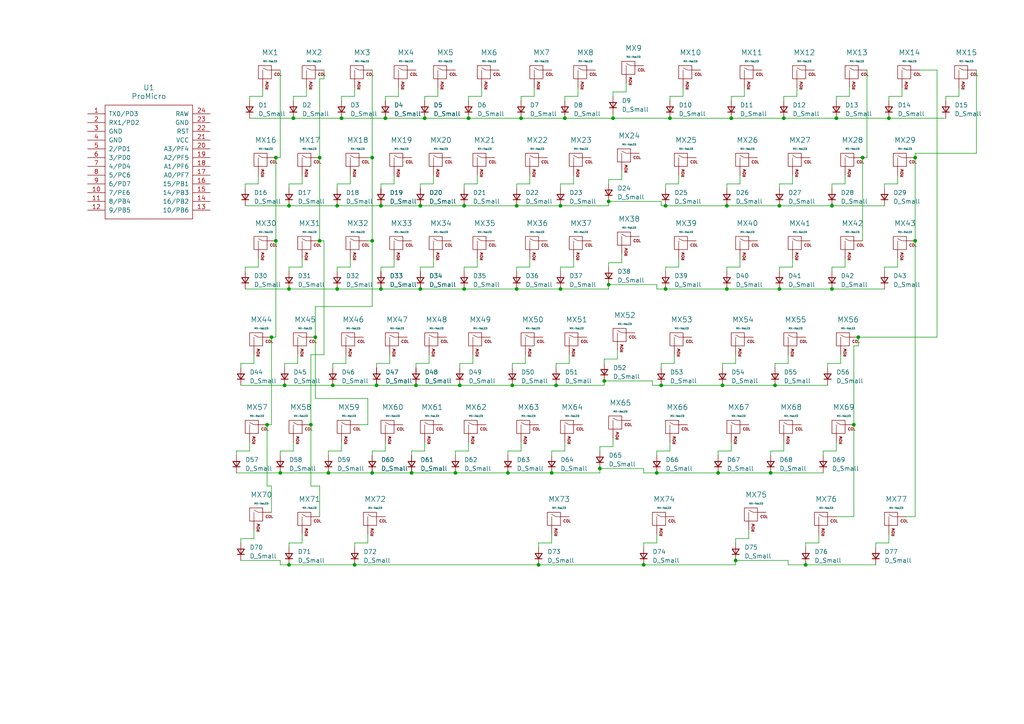
<source format=kicad_sch>
(kicad_sch (version 20230121) (generator eeschema)
  (paper "A4")
  (junction (at 96.52 111.76))
  (junction (at 242.57 34.29))
  (junction (at 226.06 83.82))
  (junction (at 120.65 111.76))
  (junction (at 83.82 59.69))
  (junction (at 212.09 34.29))
  (junction (at 95.25 137.16))
  (junction (at 193.04 83.82))
  (junction (at 133.35 111.76))
  (junction (at 265.43 69.85))
  (junction (at 241.3 59.69))
  (junction (at 163.83 34.29))
  (junction (at 162.56 83.82))
  (junction (at 156.21 163.83))
  (junction (at 250.19 45.72))
  (junction (at 80.01 45.72))
  (junction (at 233.68 163.83))
  (junction (at 176.53 82.55))
  (junction (at 151.13 34.29))
  (junction (at 177.8 34.29))
  (junction (at 121.92 59.69))
  (junction (at 208.28 137.16))
  (junction (at 135.89 34.29))
  (junction (at 109.22 111.76))
  (junction (at 247.65 123.19))
  (junction (at 97.79 59.69))
  (junction (at 149.86 83.82))
  (junction (at 82.55 111.76))
  (junction (at 160.02 137.16))
  (junction (at 173.99 135.89))
  (junction (at 97.79 83.82))
  (junction (at 83.82 163.83))
  (junction (at 161.29 111.76))
  (junction (at 92.71 69.85))
  (junction (at 190.5 137.16))
  (junction (at 134.62 83.82))
  (junction (at 248.92 97.79))
  (junction (at 210.82 83.82))
  (junction (at 107.95 137.16))
  (junction (at 90.17 123.19))
  (junction (at 224.79 111.76))
  (junction (at 191.77 111.76))
  (junction (at 227.33 34.29))
  (junction (at 134.62 59.69))
  (junction (at 148.59 111.76))
  (junction (at 78.74 97.79))
  (junction (at 102.87 163.83))
  (junction (at 209.55 111.76))
  (junction (at 99.06 34.29))
  (junction (at 83.82 83.82))
  (junction (at 80.01 69.85))
  (junction (at 210.82 59.69))
  (junction (at 81.28 137.16))
  (junction (at 186.69 163.83))
  (junction (at 176.53 58.42))
  (junction (at 193.04 59.69))
  (junction (at 85.09 34.29))
  (junction (at 92.71 45.72))
  (junction (at 162.56 59.69))
  (junction (at 213.36 162.56))
  (junction (at 123.19 34.29))
  (junction (at 110.49 59.69))
  (junction (at 132.08 137.16))
  (junction (at 147.32 137.16))
  (junction (at 194.31 34.29))
  (junction (at 91.44 97.79))
  (junction (at 111.76 34.29))
  (junction (at 110.49 83.82))
  (junction (at 226.06 59.69))
  (junction (at 265.43 45.72))
  (junction (at 257.81 34.29))
  (junction (at 223.52 137.16))
  (junction (at 241.3 83.82))
  (junction (at 107.95 69.85))
  (junction (at 121.92 83.82))
  (junction (at 119.38 137.16))
  (junction (at 175.26 110.49))
  (junction (at 107.95 45.72))
  (junction (at 77.47 123.19))
  (junction (at 149.86 59.69))
  (wire (pts (xy 151.13 130.81) (xy 151.13 128.27)))
  (wire (pts (xy 114.3 53.34) (xy 114.3 50.8)))
  (wire (pts (xy 186.69 157.48) (xy 190.5 157.48)))
  (wire (pts (xy 95.25 130.81) (xy 95.25 132.08)))
  (wire (pts (xy 166.37 53.34) (xy 166.37 50.8)))
  (wire (pts (xy 132.08 130.81) (xy 132.08 132.08)))
  (wire (pts (xy 149.86 53.34) (xy 149.86 54.61)))
  (wire (pts (xy 212.09 27.94) (xy 215.9 27.94)))
  (wire (pts (xy 151.13 34.29) (xy 163.83 34.29)))
  (wire (pts (xy 283.21 20.32) (xy 283.21 44.45)))
  (wire (pts (xy 177.8 26.67) (xy 177.8 27.94)))
  (wire (pts (xy 113.03 105.41) (xy 113.03 102.87)))
  (wire (pts (xy 162.56 53.34) (xy 162.56 54.61)))
  (wire (pts (xy 97.79 53.34) (xy 97.79 54.61)))
  (wire (pts (xy 210.82 59.69) (xy 226.06 59.69)))
  (wire (pts (xy 226.06 53.34) (xy 226.06 54.61)))
  (wire (pts (xy 256.54 77.47) (xy 260.35 77.47)))
  (wire (pts (xy 151.13 27.94) (xy 151.13 29.21)))
  (wire (pts (xy 134.62 77.47) (xy 138.43 77.47)))
  (wire (pts (xy 92.71 22.86) (xy 93.98 22.86)))
  (wire (pts (xy 243.84 105.41) (xy 243.84 102.87)))
  (wire (pts (xy 240.03 105.41) (xy 243.84 105.41)))
  (wire (pts (xy 175.26 111.76) (xy 175.26 110.49)))
  (wire (pts (xy 107.95 69.85) (xy 107.95 88.9)))
  (wire (pts (xy 86.36 105.41) (xy 86.36 102.87)))
  (wire (pts (xy 176.53 52.07) (xy 176.53 53.34)))
  (wire (pts (xy 163.83 27.94) (xy 167.64 27.94)))
  (wire (pts (xy 110.49 53.34) (xy 110.49 54.61)))
  (wire (pts (xy 102.87 163.83) (xy 156.21 163.83)))
  (wire (pts (xy 149.86 83.82) (xy 162.56 83.82)))
  (wire (pts (xy 134.62 59.69) (xy 149.86 59.69)))
  (wire (pts (xy 265.43 44.45) (xy 265.43 45.72)))
  (wire (pts (xy 256.54 53.34) (xy 256.54 54.61)))
  (wire (pts (xy 109.22 105.41) (xy 109.22 106.68)))
  (wire (pts (xy 228.6 105.41) (xy 228.6 102.87)))
  (wire (pts (xy 260.35 77.47) (xy 260.35 74.93)))
  (wire (pts (xy 106.68 157.48) (xy 106.68 154.94)))
  (wire (pts (xy 134.62 53.34) (xy 134.62 54.61)))
  (wire (pts (xy 208.28 137.16) (xy 223.52 137.16)))
  (wire (pts (xy 147.32 130.81) (xy 147.32 132.08)))
  (wire (pts (xy 121.92 83.82) (xy 134.62 83.82)))
  (wire (pts (xy 176.53 76.2) (xy 180.34 76.2)))
  (wire (pts (xy 96.52 105.41) (xy 100.33 105.41)))
  (wire (pts (xy 224.79 105.41) (xy 228.6 105.41)))
  (wire (pts (xy 251.46 20.32) (xy 251.46 45.72)))
  (wire (pts (xy 194.31 130.81) (xy 194.31 128.27)))
  (wire (pts (xy 90.17 140.97) (xy 90.17 123.19)))
  (wire (pts (xy 247.65 123.19) (xy 247.65 100.33)))
  (wire (pts (xy 190.5 130.81) (xy 190.5 132.08)))
  (wire (pts (xy 160.02 157.48) (xy 160.02 154.94)))
  (wire (pts (xy 80.01 97.79) (xy 78.74 97.79)))
  (wire (pts (xy 160.02 130.81) (xy 163.83 130.81)))
  (wire (pts (xy 71.12 59.69) (xy 83.82 59.69)))
  (wire (pts (xy 110.49 77.47) (xy 114.3 77.47)))
  (wire (pts (xy 175.26 104.14) (xy 175.26 105.41)))
  (wire (pts (xy 99.06 130.81) (xy 99.06 128.27)))
  (wire (pts (xy 71.12 53.34) (xy 71.12 54.61)))
  (wire (pts (xy 114.3 77.47) (xy 114.3 74.93)))
  (wire (pts (xy 246.38 27.94) (xy 246.38 25.4)))
  (wire (pts (xy 209.55 111.76) (xy 224.79 111.76)))
  (wire (pts (xy 193.04 53.34) (xy 196.85 53.34)))
  (wire (pts (xy 87.63 53.34) (xy 87.63 50.8)))
  (wire (pts (xy 149.86 77.47) (xy 149.86 78.74)))
  (wire (pts (xy 120.65 105.41) (xy 124.46 105.41)))
  (wire (pts (xy 99.06 34.29) (xy 111.76 34.29)))
  (wire (pts (xy 121.92 77.47) (xy 125.73 77.47)))
  (wire (pts (xy 99.06 27.94) (xy 102.87 27.94)))
  (wire (pts (xy 78.74 140.97) (xy 78.74 148.59)))
  (wire (pts (xy 69.85 156.21) (xy 73.66 156.21)))
  (wire (pts (xy 194.31 34.29) (xy 212.09 34.29)))
  (wire (pts (xy 262.89 149.86) (xy 265.43 149.86)))
  (wire (pts (xy 227.33 27.94) (xy 231.14 27.94)))
  (wire (pts (xy 97.79 77.47) (xy 97.79 78.74)))
  (wire (pts (xy 85.09 34.29) (xy 99.06 34.29)))
  (wire (pts (xy 186.69 163.83) (xy 213.36 163.83)))
  (wire (pts (xy 123.19 130.81) (xy 123.19 128.27)))
  (wire (pts (xy 109.22 111.76) (xy 120.65 111.76)))
  (wire (pts (xy 135.89 130.81) (xy 135.89 128.27)))
  (wire (pts (xy 83.82 77.47) (xy 83.82 78.74)))
  (wire (pts (xy 134.62 53.34) (xy 138.43 53.34)))
  (wire (pts (xy 278.13 27.94) (xy 278.13 25.4)))
  (wire (pts (xy 247.65 100.33) (xy 248.92 100.33)))
  (wire (pts (xy 193.04 83.82) (xy 210.82 83.82)))
  (wire (pts (xy 233.68 157.48) (xy 233.68 158.75)))
  (wire (pts (xy 151.13 27.94) (xy 154.94 27.94)))
  (wire (pts (xy 242.57 149.86) (xy 247.65 149.86)))
  (wire (pts (xy 147.32 130.81) (xy 151.13 130.81)))
  (wire (pts (xy 97.79 83.82) (xy 110.49 83.82)))
  (wire (pts (xy 189.23 110.49) (xy 189.23 111.76)))
  (wire (pts (xy 90.17 102.87) (xy 93.98 102.87)))
  (wire (pts (xy 154.94 27.94) (xy 154.94 25.4)))
  (wire (pts (xy 102.87 157.48) (xy 102.87 158.75)))
  (wire (pts (xy 196.85 77.47) (xy 196.85 74.93)))
  (wire (pts (xy 107.95 88.9) (xy 91.44 88.9)))
  (wire (pts (xy 139.7 27.94) (xy 139.7 25.4)))
  (wire (pts (xy 212.09 34.29) (xy 227.33 34.29)))
  (wire (pts (xy 107.95 130.81) (xy 107.95 132.08)))
  (wire (pts (xy 68.58 137.16) (xy 81.28 137.16)))
  (wire (pts (xy 90.17 123.19) (xy 90.17 102.87)))
  (wire (pts (xy 148.59 105.41) (xy 148.59 106.68)))
  (wire (pts (xy 180.34 52.07) (xy 180.34 49.53)))
  (wire (pts (xy 132.08 130.81) (xy 135.89 130.81)))
  (wire (pts (xy 102.87 27.94) (xy 102.87 25.4)))
  (wire (pts (xy 210.82 53.34) (xy 210.82 54.61)))
  (wire (pts (xy 237.49 157.48) (xy 237.49 154.94)))
  (wire (pts (xy 190.5 82.55) (xy 190.5 83.82)))
  (wire (pts (xy 110.49 77.47) (xy 110.49 78.74)))
  (wire (pts (xy 256.54 77.47) (xy 256.54 78.74)))
  (wire (pts (xy 238.76 130.81) (xy 238.76 132.08)))
  (wire (pts (xy 190.5 137.16) (xy 208.28 137.16)))
  (wire (pts (xy 224.79 111.76) (xy 240.03 111.76)))
  (wire (pts (xy 215.9 27.94) (xy 215.9 25.4)))
  (wire (pts (xy 162.56 77.47) (xy 166.37 77.47)))
  (wire (pts (xy 191.77 58.42) (xy 191.77 59.69)))
  (wire (pts (xy 161.29 111.76) (xy 175.26 111.76)))
  (wire (pts (xy 186.69 137.16) (xy 190.5 137.16)))
  (wire (pts (xy 71.12 53.34) (xy 74.93 53.34)))
  (wire (pts (xy 156.21 157.48) (xy 160.02 157.48)))
  (wire (pts (xy 82.55 105.41) (xy 86.36 105.41)))
  (wire (pts (xy 161.29 105.41) (xy 165.1 105.41)))
  (wire (pts (xy 102.87 157.48) (xy 106.68 157.48)))
  (wire (pts (xy 111.76 130.81) (xy 111.76 128.27)))
  (wire (pts (xy 106.68 123.19) (xy 104.14 123.19)))
  (wire (pts (xy 83.82 53.34) (xy 87.63 53.34)))
  (wire (pts (xy 80.01 69.85) (xy 80.01 97.79)))
  (wire (pts (xy 81.28 20.32) (xy 81.28 45.72)))
  (wire (pts (xy 242.57 27.94) (xy 242.57 29.21)))
  (wire (pts (xy 177.8 129.54) (xy 177.8 127)))
  (wire (pts (xy 214.63 77.47) (xy 214.63 74.93)))
  (wire (pts (xy 257.81 157.48) (xy 257.81 154.94)))
  (wire (pts (xy 173.99 135.89) (xy 186.69 135.89)))
  (wire (pts (xy 274.32 27.94) (xy 278.13 27.94)))
  (wire (pts (xy 78.74 123.19) (xy 77.47 123.19)))
  (wire (pts (xy 163.83 27.94) (xy 163.83 29.21)))
  (wire (pts (xy 163.83 130.81) (xy 163.83 128.27)))
  (wire (pts (xy 80.01 45.72) (xy 80.01 69.85)))
  (wire (pts (xy 85.09 27.94) (xy 88.9 27.94)))
  (wire (pts (xy 210.82 53.34) (xy 214.63 53.34)))
  (wire (pts (xy 261.62 27.94) (xy 261.62 25.4)))
  (wire (pts (xy 83.82 157.48) (xy 87.63 157.48)))
  (wire (pts (xy 120.65 105.41) (xy 120.65 106.68)))
  (wire (pts (xy 133.35 111.76) (xy 148.59 111.76)))
  (wire (pts (xy 176.53 76.2) (xy 176.53 77.47)))
  (wire (pts (xy 88.9 27.94) (xy 88.9 25.4)))
  (wire (pts (xy 181.61 26.67) (xy 181.61 24.13)))
  (wire (pts (xy 241.3 83.82) (xy 256.54 83.82)))
  (wire (pts (xy 68.58 130.81) (xy 72.39 130.81)))
  (wire (pts (xy 173.99 129.54) (xy 177.8 129.54)))
  (wire (pts (xy 101.6 53.34) (xy 101.6 50.8)))
  (wire (pts (xy 248.92 97.79) (xy 271.78 97.79)))
  (wire (pts (xy 241.3 53.34) (xy 245.11 53.34)))
  (wire (pts (xy 111.76 34.29) (xy 123.19 34.29)))
  (wire (pts (xy 260.35 53.34) (xy 260.35 50.8)))
  (wire (pts (xy 265.43 69.85) (xy 265.43 149.86)))
  (wire (pts (xy 148.59 111.76) (xy 161.29 111.76)))
  (wire (pts (xy 228.6 162.56) (xy 228.6 163.83)))
  (wire (pts (xy 71.12 83.82) (xy 83.82 83.82)))
  (wire (pts (xy 193.04 59.69) (xy 210.82 59.69)))
  (wire (pts (xy 95.25 137.16) (xy 107.95 137.16)))
  (wire (pts (xy 177.8 26.67) (xy 181.61 26.67)))
  (wire (pts (xy 176.53 82.55) (xy 190.5 82.55)))
  (wire (pts (xy 91.44 88.9) (xy 91.44 97.79)))
  (wire (pts (xy 135.89 27.94) (xy 135.89 29.21)))
  (wire (pts (xy 111.76 27.94) (xy 111.76 29.21)))
  (wire (pts (xy 190.5 83.82) (xy 193.04 83.82)))
  (wire (pts (xy 245.11 77.47) (xy 245.11 74.93)))
  (wire (pts (xy 138.43 53.34) (xy 138.43 50.8)))
  (wire (pts (xy 193.04 77.47) (xy 193.04 78.74)))
  (wire (pts (xy 210.82 77.47) (xy 210.82 78.74)))
  (wire (pts (xy 257.81 27.94) (xy 257.81 29.21)))
  (wire (pts (xy 163.83 34.29) (xy 177.8 34.29)))
  (wire (pts (xy 87.63 77.47) (xy 87.63 74.93)))
  (wire (pts (xy 242.57 27.94) (xy 246.38 27.94)))
  (wire (pts (xy 198.12 27.94) (xy 198.12 25.4)))
  (wire (pts (xy 83.82 53.34) (xy 83.82 54.61)))
  (wire (pts (xy 123.19 27.94) (xy 123.19 29.21)))
  (wire (pts (xy 160.02 137.16) (xy 173.99 137.16)))
  (wire (pts (xy 233.68 163.83) (xy 254 163.83)))
  (wire (pts (xy 137.16 105.41) (xy 137.16 102.87)))
  (wire (pts (xy 226.06 59.69) (xy 241.3 59.69)))
  (wire (pts (xy 96.52 105.41) (xy 96.52 106.68)))
  (wire (pts (xy 245.11 53.34) (xy 245.11 50.8)))
  (wire (pts (xy 213.36 156.21) (xy 217.17 156.21)))
  (wire (pts (xy 81.28 130.81) (xy 81.28 132.08)))
  (wire (pts (xy 210.82 77.47) (xy 214.63 77.47)))
  (wire (pts (xy 133.35 105.41) (xy 137.16 105.41)))
  (wire (pts (xy 72.39 27.94) (xy 76.2 27.94)))
  (wire (pts (xy 254 157.48) (xy 254 158.75)))
  (wire (pts (xy 160.02 130.81) (xy 160.02 132.08)))
  (wire (pts (xy 81.28 45.72) (xy 80.01 45.72)))
  (wire (pts (xy 99.06 27.94) (xy 99.06 29.21)))
  (wire (pts (xy 179.07 104.14) (xy 179.07 101.6)))
  (wire (pts (xy 96.52 111.76) (xy 109.22 111.76)))
  (wire (pts (xy 177.8 34.29) (xy 194.31 34.29)))
  (wire (pts (xy 173.99 129.54) (xy 173.99 130.81)))
  (wire (pts (xy 93.98 22.86) (xy 93.98 20.32)))
  (wire (pts (xy 83.82 157.48) (xy 83.82 158.75)))
  (wire (pts (xy 92.71 45.72) (xy 92.71 69.85)))
  (wire (pts (xy 223.52 130.81) (xy 227.33 130.81)))
  (wire (pts (xy 121.92 53.34) (xy 125.73 53.34)))
  (wire (pts (xy 91.44 115.57) (xy 106.68 115.57)))
  (wire (pts (xy 191.77 59.69) (xy 193.04 59.69)))
  (wire (pts (xy 156.21 157.48) (xy 156.21 158.75)))
  (wire (pts (xy 76.2 27.94) (xy 76.2 25.4)))
  (wire (pts (xy 212.09 27.94) (xy 212.09 29.21)))
  (wire (pts (xy 248.92 100.33) (xy 248.92 97.79)))
  (wire (pts (xy 97.79 77.47) (xy 101.6 77.47)))
  (wire (pts (xy 241.3 59.69) (xy 256.54 59.69)))
  (wire (pts (xy 149.86 77.47) (xy 153.67 77.47)))
  (wire (pts (xy 135.89 34.29) (xy 151.13 34.29)))
  (wire (pts (xy 213.36 163.83) (xy 213.36 162.56)))
  (wire (pts (xy 110.49 53.34) (xy 114.3 53.34)))
  (wire (pts (xy 97.79 53.34) (xy 101.6 53.34)))
  (wire (pts (xy 194.31 27.94) (xy 194.31 29.21)))
  (wire (pts (xy 69.85 105.41) (xy 73.66 105.41)))
  (wire (pts (xy 227.33 34.29) (xy 242.57 34.29)))
  (wire (pts (xy 119.38 130.81) (xy 123.19 130.81)))
  (wire (pts (xy 121.92 59.69) (xy 134.62 59.69)))
  (wire (pts (xy 193.04 53.34) (xy 193.04 54.61)))
  (wire (pts (xy 93.98 69.85) (xy 93.98 102.87)))
  (wire (pts (xy 257.81 27.94) (xy 261.62 27.94)))
  (wire (pts (xy 283.21 44.45) (xy 265.43 44.45)))
  (wire (pts (xy 132.08 137.16) (xy 147.32 137.16)))
  (wire (pts (xy 226.06 53.34) (xy 229.87 53.34)))
  (wire (pts (xy 83.82 83.82) (xy 97.79 83.82)))
  (wire (pts (xy 186.69 157.48) (xy 186.69 158.75)))
  (wire (pts (xy 135.89 27.94) (xy 139.7 27.94)))
  (wire (pts (xy 194.31 27.94) (xy 198.12 27.94)))
  (wire (pts (xy 228.6 163.83) (xy 233.68 163.83)))
  (wire (pts (xy 251.46 45.72) (xy 250.19 45.72)))
  (wire (pts (xy 241.3 77.47) (xy 241.3 78.74)))
  (wire (pts (xy 231.14 27.94) (xy 231.14 25.4)))
  (wire (pts (xy 162.56 77.47) (xy 162.56 78.74)))
  (wire (pts (xy 107.95 45.72) (xy 107.95 69.85)))
  (wire (pts (xy 124.46 105.41) (xy 124.46 102.87)))
  (wire (pts (xy 107.95 137.16) (xy 119.38 137.16)))
  (wire (pts (xy 100.33 105.41) (xy 100.33 102.87)))
  (wire (pts (xy 127 27.94) (xy 127 25.4)))
  (wire (pts (xy 213.36 162.56) (xy 228.6 162.56)))
  (wire (pts (xy 176.53 52.07) (xy 180.34 52.07)))
  (wire (pts (xy 83.82 77.47) (xy 87.63 77.47)))
  (wire (pts (xy 175.26 104.14) (xy 179.07 104.14)))
  (wire (pts (xy 85.09 130.81) (xy 85.09 128.27)))
  (wire (pts (xy 134.62 83.82) (xy 149.86 83.82)))
  (wire (pts (xy 119.38 137.16) (xy 132.08 137.16)))
  (wire (pts (xy 93.98 69.85) (xy 92.71 69.85)))
  (wire (pts (xy 226.06 77.47) (xy 229.87 77.47)))
  (wire (pts (xy 81.28 162.56) (xy 81.28 163.83)))
  (wire (pts (xy 149.86 59.69) (xy 162.56 59.69)))
  (wire (pts (xy 190.5 157.48) (xy 190.5 154.94)))
  (wire (pts (xy 214.63 53.34) (xy 214.63 50.8)))
  (wire (pts (xy 107.95 130.81) (xy 111.76 130.81)))
  (wire (pts (xy 69.85 111.76) (xy 82.55 111.76)))
  (wire (pts (xy 233.68 157.48) (xy 237.49 157.48)))
  (wire (pts (xy 191.77 111.76) (xy 209.55 111.76)))
  (wire (pts (xy 176.53 83.82) (xy 176.53 82.55)))
  (wire (pts (xy 123.19 27.94) (xy 127 27.94)))
  (wire (pts (xy 213.36 105.41) (xy 213.36 102.87)))
  (wire (pts (xy 152.4 105.41) (xy 152.4 102.87)))
  (wire (pts (xy 73.66 105.41) (xy 73.66 102.87)))
  (wire (pts (xy 78.74 97.79) (xy 78.74 123.19)))
  (wire (pts (xy 83.82 59.69) (xy 97.79 59.69)))
  (wire (pts (xy 69.85 162.56) (xy 81.28 162.56)))
  (wire (pts (xy 125.73 77.47) (xy 125.73 74.93)))
  (wire (pts (xy 72.39 34.29) (xy 85.09 34.29)))
  (wire (pts (xy 71.12 77.47) (xy 71.12 78.74)))
  (wire (pts (xy 72.39 130.81) (xy 72.39 128.27)))
  (wire (pts (xy 95.25 130.81) (xy 99.06 130.81)))
  (wire (pts (xy 87.63 157.48) (xy 87.63 154.94)))
  (wire (pts (xy 153.67 77.47) (xy 153.67 74.93)))
  (wire (pts (xy 190.5 130.81) (xy 194.31 130.81)))
  (wire (pts (xy 175.26 110.49) (xy 189.23 110.49)))
  (wire (pts (xy 189.23 111.76) (xy 191.77 111.76)))
  (wire (pts (xy 92.71 149.86) (xy 92.71 140.97)))
  (wire (pts (xy 81.28 130.81) (xy 85.09 130.81)))
  (wire (pts (xy 195.58 105.41) (xy 195.58 102.87)))
  (wire (pts (xy 256.54 53.34) (xy 260.35 53.34)))
  (wire (pts (xy 77.47 123.19) (xy 77.47 140.97)))
  (wire (pts (xy 120.65 111.76) (xy 133.35 111.76)))
  (wire (pts (xy 149.86 53.34) (xy 153.67 53.34)))
  (wire (pts (xy 241.3 77.47) (xy 245.11 77.47)))
  (wire (pts (xy 227.33 130.81) (xy 227.33 128.27)))
  (wire (pts (xy 82.55 105.41) (xy 82.55 106.68)))
  (wire (pts (xy 242.57 34.29) (xy 257.81 34.29)))
  (wire (pts (xy 121.92 53.34) (xy 121.92 54.61)))
  (wire (pts (xy 193.04 77.47) (xy 196.85 77.47)))
  (wire (pts (xy 176.53 58.42) (xy 191.77 58.42)))
  (wire (pts (xy 134.62 77.47) (xy 134.62 78.74)))
  (wire (pts (xy 82.55 111.76) (xy 96.52 111.76)))
  (wire (pts (xy 107.95 20.32) (xy 107.95 45.72)))
  (wire (pts (xy 247.65 149.86) (xy 247.65 123.19)))
  (wire (pts (xy 110.49 59.69) (xy 121.92 59.69)))
  (wire (pts (xy 162.56 53.34) (xy 166.37 53.34)))
  (wire (pts (xy 223.52 137.16) (xy 238.76 137.16)))
  (wire (pts (xy 121.92 77.47) (xy 121.92 78.74)))
  (wire (pts (xy 115.57 27.94) (xy 115.57 25.4)))
  (wire (pts (xy 83.82 163.83) (xy 102.87 163.83)))
  (wire (pts (xy 210.82 83.82) (xy 226.06 83.82)))
  (wire (pts (xy 77.47 140.97) (xy 78.74 140.97)))
  (wire (pts (xy 186.69 135.89) (xy 186.69 137.16)))
  (wire (pts (xy 166.37 77.47) (xy 166.37 74.93)))
  (wire (pts (xy 101.6 77.47) (xy 101.6 74.93)))
  (wire (pts (xy 274.32 27.94) (xy 274.32 29.21)))
  (wire (pts (xy 257.81 34.29) (xy 274.32 34.29)))
  (wire (pts (xy 208.28 130.81) (xy 212.09 130.81)))
  (wire (pts (xy 148.59 105.41) (xy 152.4 105.41)))
  (wire (pts (xy 165.1 105.41) (xy 165.1 102.87)))
  (wire (pts (xy 110.49 83.82) (xy 121.92 83.82)))
  (wire (pts (xy 208.28 130.81) (xy 208.28 132.08)))
  (wire (pts (xy 213.36 156.21) (xy 213.36 157.48)))
  (wire (pts (xy 92.71 45.72) (xy 92.71 22.86)))
  (wire (pts (xy 69.85 156.21) (xy 69.85 157.48)))
  (wire (pts (xy 81.28 163.83) (xy 83.82 163.83)))
  (wire (pts (xy 162.56 83.82) (xy 176.53 83.82)))
  (wire (pts (xy 240.03 105.41) (xy 240.03 106.68)))
  (wire (pts (xy 138.43 77.47) (xy 138.43 74.93)))
  (wire (pts (xy 156.21 163.83) (xy 186.69 163.83)))
  (wire (pts (xy 72.39 27.94) (xy 72.39 29.21)))
  (wire (pts (xy 123.19 34.29) (xy 135.89 34.29)))
  (wire (pts (xy 162.56 59.69) (xy 176.53 59.69)))
  (wire (pts (xy 68.58 130.81) (xy 68.58 132.08)))
  (wire (pts (xy 109.22 105.41) (xy 113.03 105.41)))
  (wire (pts (xy 74.93 77.47) (xy 74.93 74.93)))
  (wire (pts (xy 242.57 130.81) (xy 242.57 128.27)))
  (wire (pts (xy 161.29 105.41) (xy 161.29 106.68)))
  (wire (pts (xy 212.09 130.81) (xy 212.09 128.27)))
  (wire (pts (xy 85.09 27.94) (xy 85.09 29.21)))
  (wire (pts (xy 106.68 115.57) (xy 106.68 123.19)))
  (wire (pts (xy 91.44 97.79) (xy 91.44 115.57)))
  (wire (pts (xy 176.53 59.69) (xy 176.53 58.42)))
  (wire (pts (xy 238.76 130.81) (xy 242.57 130.81)))
  (wire (pts (xy 119.38 130.81) (xy 119.38 132.08)))
  (wire (pts (xy 209.55 105.41) (xy 209.55 106.68)))
  (wire (pts (xy 167.64 27.94) (xy 167.64 25.4)))
  (wire (pts (xy 209.55 105.41) (xy 213.36 105.41)))
  (wire (pts (xy 229.87 53.34) (xy 229.87 50.8)))
  (wire (pts (xy 227.33 27.94) (xy 227.33 29.21)))
  (wire (pts (xy 177.8 34.29) (xy 177.8 33.02)))
  (wire (pts (xy 69.85 105.41) (xy 69.85 106.68)))
  (wire (pts (xy 271.78 97.79) (xy 271.78 20.32)))
  (wire (pts (xy 107.95 45.72) (xy 106.68 45.72)))
  (wire (pts (xy 111.76 27.94) (xy 115.57 27.94)))
  (wire (pts (xy 107.95 69.85) (xy 106.68 69.85)))
  (wire (pts (xy 97.79 59.69) (xy 110.49 59.69)))
  (wire (pts (xy 71.12 77.47) (xy 74.93 77.47)))
  (wire (pts (xy 250.19 45.72) (xy 250.19 69.85)))
  (wire (pts (xy 133.35 105.41) (xy 133.35 106.68)))
  (wire (pts (xy 173.99 137.16) (xy 173.99 135.89)))
  (wire (pts (xy 265.43 45.72) (xy 265.43 69.85)))
  (wire (pts (xy 73.66 156.21) (xy 73.66 153.67)))
  (wire (pts (xy 81.28 137.16) (xy 95.25 137.16)))
  (wire (pts (xy 196.85 53.34) (xy 196.85 50.8)))
  (wire (pts (xy 74.93 53.34) (xy 74.93 50.8)))
  (wire (pts (xy 271.78 20.32) (xy 266.7 20.32)))
  (wire (pts (xy 191.77 105.41) (xy 191.77 106.68)))
  (wire (pts (xy 92.71 140.97) (xy 90.17 140.97)))
  (wire (pts (xy 180.34 76.2) (xy 180.34 73.66)))
  (wire (pts (xy 125.73 53.34) (xy 125.73 50.8)))
  (wire (pts (xy 226.06 83.82) (xy 241.3 83.82)))
  (wire (pts (xy 223.52 130.81) (xy 223.52 132.08)))
  (wire (pts (xy 254 157.48) (xy 257.81 157.48)))
  (wire (pts (xy 217.17 156.21) (xy 217.17 153.67)))
  (wire (pts (xy 191.77 105.41) (xy 195.58 105.41)))
  (wire (pts (xy 226.06 77.47) (xy 226.06 78.74)))
  (wire (pts (xy 241.3 53.34) (xy 241.3 54.61)))
  (wire (pts (xy 147.32 137.16) (xy 160.02 137.16)))
  (wire (pts (xy 153.67 53.34) (xy 153.67 50.8)))
  (wire (pts (xy 224.79 105.41) (xy 224.79 106.68)))
  (wire (pts (xy 229.87 77.47) (xy 229.87 74.93)))
  (symbol (lib_id "MX_Alps_Hybrid:MX-NoLED") (at 165.1 124.46 0) (unit 1)
    (property "Reference" "MX64" (at 165.9832 118.11 0) (effects (font (size 1.524 1.524))))
    (property "Value" "MX-NoLED" (at 165.9832 120.65 0) (effects (font (size 0.508 0.508))))
  )
  (symbol (lib_id "MX_Alps_Hybrid:MX-NoLED") (at 231.14 71.12 0) (unit 1)
    (property "Reference" "MX41" (at 232.0232 64.77 0) (effects (font (size 1.524 1.524))))
    (property "Value" "MX-NoLED" (at 232.0232 67.31 0) (effects (font (size 0.508 0.508))))
  )
  (symbol (lib_id "Device:D_Small") (at 110.49 81.28 90) (unit 1)
    (property "Reference" "D33" (at 113.03 80.01 90) (effects (justify right)))
    (property "Value" "D_Small" (at 113.03 82.55 90) (effects (justify right)))
    (property "Sim.Device" "D" (effects hide))
    (property "Sim.Pins" "1=K 2=A" (effects hide))
  )
  (symbol (lib_id "Device:D_Small") (at 176.53 80.01 90) (unit 1)
    (property "Reference" "D38" (at 179.07 78.74 90) (effects (justify right)))
    (property "Value" "D_Small" (at 179.07 81.28 90) (effects (justify right)))
    (property "Sim.Device" "D" (effects hide))
    (property "Sim.Pins" "1=K 2=A" (effects hide))
  )
  (symbol (lib_id "MX_Alps_Hybrid:MX-NoLED") (at 167.64 46.99 0) (unit 1)
    (property "Reference" "MX23" (at 168.5232 40.64 0) (effects (font (size 1.524 1.524))))
    (property "Value" "MX-NoLED" (at 168.5232 43.18 0) (effects (font (size 0.508 0.508))))
  )
  (symbol (lib_id "Device:D_Small") (at 99.06 31.75 90) (unit 1)
    (property "Reference" "D3" (at 101.6 30.48 90) (effects (justify right)))
    (property "Value" "D_Small" (at 101.6 33.02 90) (effects (justify right)))
    (property "Sim.Device" "D" (effects hide))
    (property "Sim.Pins" "1=K 2=A" (effects hide))
  )
  (symbol (lib_id "MX_Alps_Hybrid:MX-NoLED") (at 243.84 124.46 0) (unit 1)
    (property "Reference" "MX69" (at 244.7232 118.11 0) (effects (font (size 1.524 1.524))))
    (property "Value" "MX-NoLED" (at 244.7232 120.65 0) (effects (font (size 0.508 0.508))))
  )
  (symbol (lib_id "MX_Alps_Hybrid:MX-NoLED") (at 182.88 20.32 0) (unit 1)
    (property "Reference" "MX9" (at 183.7632 13.97 0) (effects (font (size 1.524 1.524))))
    (property "Value" "MX-NoLED" (at 183.7632 16.51 0) (effects (font (size 0.508 0.508))))
  )
  (symbol (lib_id "Device:D_Small") (at 81.28 134.62 90) (unit 1)
    (property "Reference" "D58" (at 83.82 133.35 90) (effects (justify right)))
    (property "Value" "D_Small" (at 83.82 135.89 90) (effects (justify right)))
    (property "Sim.Device" "D" (effects hide))
    (property "Sim.Pins" "1=K 2=A" (effects hide))
  )
  (symbol (lib_id "MX_Alps_Hybrid:MX-NoLED") (at 213.36 124.46 0) (unit 1)
    (property "Reference" "MX67" (at 214.2432 118.11 0) (effects (font (size 1.524 1.524))))
    (property "Value" "MX-NoLED" (at 214.2432 120.65 0) (effects (font (size 0.508 0.508))))
  )
  (symbol (lib_id "Device:D_Small") (at 135.89 31.75 90) (unit 1)
    (property "Reference" "D6" (at 138.43 30.48 90) (effects (justify right)))
    (property "Value" "D_Small" (at 138.43 33.02 90) (effects (justify right)))
    (property "Sim.Device" "D" (effects hide))
    (property "Sim.Pins" "1=K 2=A" (effects hide))
  )
  (symbol (lib_id "MX_Alps_Hybrid:MX-NoLED") (at 139.7 71.12 0) (unit 1)
    (property "Reference" "MX35" (at 140.5832 64.77 0) (effects (font (size 1.524 1.524))))
    (property "Value" "MX-NoLED" (at 140.5832 67.31 0) (effects (font (size 0.508 0.508))))
  )
  (symbol (lib_id "Device:D_Small") (at 71.12 81.28 90) (unit 1)
    (property "Reference" "D30" (at 73.66 80.01 90) (effects (justify right)))
    (property "Value" "D_Small" (at 73.66 82.55 90) (effects (justify right)))
    (property "Sim.Device" "D" (effects hide))
    (property "Sim.Pins" "1=K 2=A" (effects hide))
  )
  (symbol (lib_id "Device:D_Small") (at 194.31 31.75 90) (unit 1)
    (property "Reference" "D10" (at 196.85 30.48 90) (effects (justify right)))
    (property "Value" "D_Small" (at 196.85 33.02 90) (effects (justify right)))
    (property "Sim.Device" "D" (effects hide))
    (property "Sim.Pins" "1=K 2=A" (effects hide))
  )
  (symbol (lib_id "Device:D_Small") (at 119.38 134.62 90) (unit 1)
    (property "Reference" "D61" (at 121.92 133.35 90) (effects (justify right)))
    (property "Value" "D_Small" (at 121.92 135.89 90) (effects (justify right)))
    (property "Sim.Device" "D" (effects hide))
    (property "Sim.Pins" "1=K 2=A" (effects hide))
  )
  (symbol (lib_id "Device:D_Small") (at 162.56 81.28 90) (unit 1)
    (property "Reference" "D37" (at 165.1 80.01 90) (effects (justify right)))
    (property "Value" "D_Small" (at 165.1 82.55 90) (effects (justify right)))
    (property "Sim.Device" "D" (effects hide))
    (property "Sim.Pins" "1=K 2=A" (effects hide))
  )
  (symbol (lib_id "MX_Alps_Hybrid:MX-NoLED") (at 76.2 46.99 0) (unit 1)
    (property "Reference" "MX16" (at 77.0832 40.64 0) (effects (font (size 1.524 1.524))))
    (property "Value" "MX-NoLED" (at 77.0832 43.18 0) (effects (font (size 0.508 0.508))))
  )
  (symbol (lib_id "MX_Alps_Hybrid:MX-NoLED") (at 215.9 46.99 0) (unit 1)
    (property "Reference" "MX26" (at 216.7832 40.64 0) (effects (font (size 1.524 1.524))))
    (property "Value" "MX-NoLED" (at 216.7832 43.18 0) (effects (font (size 0.508 0.508))))
  )
  (symbol (lib_id "Device:D_Small") (at 110.49 57.15 90) (unit 1)
    (property "Reference" "D19" (at 113.03 55.88 90) (effects (justify right)))
    (property "Value" "D_Small" (at 113.03 58.42 90) (effects (justify right)))
    (property "Sim.Device" "D" (effects hide))
    (property "Sim.Pins" "1=K 2=A" (effects hide))
  )
  (symbol (lib_id "Device:D_Small") (at 134.62 57.15 90) (unit 1)
    (property "Reference" "D21" (at 137.16 55.88 90) (effects (justify right)))
    (property "Value" "D_Small" (at 137.16 58.42 90) (effects (justify right)))
    (property "Sim.Device" "D" (effects hide))
    (property "Sim.Pins" "1=K 2=A" (effects hide))
  )
  (symbol (lib_id "Device:D_Small") (at 121.92 57.15 90) (unit 1)
    (property "Reference" "D20" (at 124.46 55.88 90) (effects (justify right)))
    (property "Value" "D_Small" (at 124.46 58.42 90) (effects (justify right)))
    (property "Sim.Device" "D" (effects hide))
    (property "Sim.Pins" "1=K 2=A" (effects hide))
  )
  (symbol (lib_id "keebio:ProMicro") (at 43.18 46.99 0) (unit 1)
    (property "Reference" "U1" (at 43.18 25.4 0) (effects (font (size 1.524 1.524))))
    (property "Value" "ProMicro" (at 43.18 27.94 0) (effects (font (size 1.524 1.524))))
  )
  (symbol (lib_id "MX_Alps_Hybrid:MX-NoLED") (at 86.36 124.46 0) (unit 1)
    (property "Reference" "MX58" (at 87.2432 118.11 0) (effects (font (size 1.524 1.524))))
    (property "Value" "MX-NoLED" (at 87.2432 120.65 0) (effects (font (size 0.508 0.508))))
  )
  (symbol (lib_id "MX_Alps_Hybrid:MX-NoLED") (at 198.12 46.99 0) (unit 1)
    (property "Reference" "MX25" (at 199.0032 40.64 0) (effects (font (size 1.524 1.524))))
    (property "Value" "MX-NoLED" (at 199.0032 43.18 0) (effects (font (size 0.508 0.508))))
  )
  (symbol (lib_id "MX_Alps_Hybrid:MX-NoLED") (at 261.62 71.12 0) (unit 1)
    (property "Reference" "MX43" (at 262.5032 64.77 0) (effects (font (size 1.524 1.524))))
    (property "Value" "MX-NoLED" (at 262.5032 67.31 0) (effects (font (size 0.508 0.508))))
  )
  (symbol (lib_id "Device:D_Small") (at 147.32 134.62 90) (unit 1)
    (property "Reference" "D63" (at 149.86 133.35 90) (effects (justify right)))
    (property "Value" "D_Small" (at 149.86 135.89 90) (effects (justify right)))
    (property "Sim.Device" "D" (effects hide))
    (property "Sim.Pins" "1=K 2=A" (effects hide))
  )
  (symbol (lib_id "Device:D_Small") (at 240.03 109.22 90) (unit 1)
    (property "Reference" "D56" (at 242.57 107.95 90) (effects (justify right)))
    (property "Value" "D_Small" (at 242.57 110.49 90) (effects (justify right)))
    (property "Sim.Device" "D" (effects hide))
    (property "Sim.Pins" "1=K 2=A" (effects hide))
  )
  (symbol (lib_id "Device:D_Small") (at 133.35 109.22 90) (unit 1)
    (property "Reference" "D49" (at 135.89 107.95 90) (effects (justify right)))
    (property "Value" "D_Small" (at 135.89 110.49 90) (effects (justify right)))
    (property "Sim.Device" "D" (effects hide))
    (property "Sim.Pins" "1=K 2=A" (effects hide))
  )
  (symbol (lib_id "MX_Alps_Hybrid:MX-NoLED") (at 116.84 21.59 0) (unit 1)
    (property "Reference" "MX4" (at 117.7232 15.24 0) (effects (font (size 1.524 1.524))))
    (property "Value" "MX-NoLED" (at 117.7232 17.78 0) (effects (font (size 0.508 0.508))))
  )
  (symbol (lib_id "Device:D_Small") (at 175.26 107.95 90) (unit 1)
    (property "Reference" "D52" (at 177.8 106.68 90) (effects (justify right)))
    (property "Value" "D_Small" (at 177.8 109.22 90) (effects (justify right)))
    (property "Sim.Device" "D" (effects hide))
    (property "Sim.Pins" "1=K 2=A" (effects hide))
  )
  (symbol (lib_id "MX_Alps_Hybrid:MX-NoLED") (at 218.44 149.86 0) (unit 1)
    (property "Reference" "MX75" (at 219.3232 143.51 0) (effects (font (size 1.524 1.524))))
    (property "Value" "MX-NoLED" (at 219.3232 146.05 0) (effects (font (size 0.508 0.508))))
  )
  (symbol (lib_id "Device:D_Small") (at 163.83 31.75 90) (unit 1)
    (property "Reference" "D8" (at 166.37 30.48 90) (effects (justify right)))
    (property "Value" "D_Small" (at 166.37 33.02 90) (effects (justify right)))
    (property "Sim.Device" "D" (effects hide))
    (property "Sim.Pins" "1=K 2=A" (effects hide))
  )
  (symbol (lib_id "Device:D_Small") (at 226.06 81.28 90) (unit 1)
    (property "Reference" "D41" (at 228.6 80.01 90) (effects (justify right)))
    (property "Value" "D_Small" (at 228.6 82.55 90) (effects (justify right)))
    (property "Sim.Device" "D" (effects hide))
    (property "Sim.Pins" "1=K 2=A" (effects hide))
  )
  (symbol (lib_id "MX_Alps_Hybrid:MX-NoLED") (at 179.07 123.19 0) (unit 1)
    (property "Reference" "MX65" (at 179.9532 116.84 0) (effects (font (size 1.524 1.524))))
    (property "Value" "MX-NoLED" (at 179.9532 119.38 0) (effects (font (size 0.508 0.508))))
  )
  (symbol (lib_id "MX_Alps_Hybrid:MX-NoLED") (at 167.64 71.12 0) (unit 1)
    (property "Reference" "MX37" (at 168.5232 64.77 0) (effects (font (size 1.524 1.524))))
    (property "Value" "MX-NoLED" (at 168.5232 67.31 0) (effects (font (size 0.508 0.508))))
  )
  (symbol (lib_id "Device:D_Small") (at 160.02 134.62 90) (unit 1)
    (property "Reference" "D64" (at 162.56 133.35 90) (effects (justify right)))
    (property "Value" "D_Small" (at 162.56 135.89 90) (effects (justify right)))
    (property "Sim.Device" "D" (effects hide))
    (property "Sim.Pins" "1=K 2=A" (effects hide))
  )
  (symbol (lib_id "MX_Alps_Hybrid:MX-NoLED") (at 181.61 45.72 0) (unit 1)
    (property "Reference" "MX24" (at 182.4932 39.37 0) (effects (font (size 1.524 1.524))))
    (property "Value" "MX-NoLED" (at 182.4932 41.91 0) (effects (font (size 0.508 0.508))))
  )
  (symbol (lib_id "MX_Alps_Hybrid:MX-NoLED") (at 229.87 99.06 0) (unit 1)
    (property "Reference" "MX55" (at 230.7532 92.71 0) (effects (font (size 1.524 1.524))))
    (property "Value" "MX-NoLED" (at 230.7532 95.25 0) (effects (font (size 0.508 0.508))))
  )
  (symbol (lib_id "Device:D_Small") (at 83.82 161.29 90) (unit 1)
    (property "Reference" "D71" (at 86.36 160.02 90) (effects (justify right)))
    (property "Value" "D_Small" (at 86.36 162.56 90) (effects (justify right)))
    (property "Sim.Device" "D" (effects hide))
    (property "Sim.Pins" "1=K 2=A" (effects hide))
  )
  (symbol (lib_id "Device:D_Small") (at 224.79 109.22 90) (unit 1)
    (property "Reference" "D55" (at 227.33 107.95 90) (effects (justify right)))
    (property "Value" "D_Small" (at 227.33 110.49 90) (effects (justify right)))
    (property "Sim.Device" "D" (effects hide))
    (property "Sim.Pins" "1=K 2=A" (effects hide))
  )
  (symbol (lib_id "Device:D_Small") (at 149.86 57.15 90) (unit 1)
    (property "Reference" "D22" (at 152.4 55.88 90) (effects (justify right)))
    (property "Value" "D_Small" (at 152.4 58.42 90) (effects (justify right)))
    (property "Sim.Device" "D" (effects hide))
    (property "Sim.Pins" "1=K 2=A" (effects hide))
  )
  (symbol (lib_id "MX_Alps_Hybrid:MX-NoLED") (at 279.4 21.59 0) (unit 1)
    (property "Reference" "MX15" (at 280.2832 15.24 0) (effects (font (size 1.524 1.524))))
    (property "Value" "MX-NoLED" (at 280.2832 17.78 0) (effects (font (size 0.508 0.508))))
  )
  (symbol (lib_id "MX_Alps_Hybrid:MX-NoLED") (at 74.93 149.86 0) (unit 1)
    (property "Reference" "MX70" (at 75.8132 143.51 0) (effects (font (size 1.524 1.524))))
    (property "Value" "MX-NoLED" (at 75.8132 146.05 0) (effects (font (size 0.508 0.508))))
  )
  (symbol (lib_id "MX_Alps_Hybrid:MX-NoLED") (at 262.89 21.59 0) (unit 1)
    (property "Reference" "MX14" (at 263.7732 15.24 0) (effects (font (size 1.524 1.524))))
    (property "Value" "MX-NoLED" (at 263.7732 17.78 0) (effects (font (size 0.508 0.508))))
  )
  (symbol (lib_id "Device:D_Small") (at 69.85 160.02 90) (unit 1)
    (property "Reference" "D70" (at 72.39 158.75 90) (effects (justify right)))
    (property "Value" "D_Small" (at 72.39 161.29 90) (effects (justify right)))
    (property "Sim.Device" "D" (effects hide))
    (property "Sim.Pins" "1=K 2=A" (effects hide))
  )
  (symbol (lib_id "Device:D_Small") (at 68.58 134.62 90) (unit 1)
    (property "Reference" "D57" (at 71.12 133.35 90) (effects (justify right)))
    (property "Value" "D_Small" (at 71.12 135.89 90) (effects (justify right)))
    (property "Sim.Device" "D" (effects hide))
    (property "Sim.Pins" "1=K 2=A" (effects hide))
  )
  (symbol (lib_id "MX_Alps_Hybrid:MX-NoLED") (at 238.76 151.13 0) (unit 1)
    (property "Reference" "MX76" (at 239.6432 144.78 0) (effects (font (size 1.524 1.524))))
    (property "Value" "MX-NoLED" (at 239.6432 147.32 0) (effects (font (size 0.508 0.508))))
  )
  (symbol (lib_id "Device:D_Small") (at 193.04 81.28 90) (unit 1)
    (property "Reference" "D39" (at 195.58 80.01 90) (effects (justify right)))
    (property "Value" "D_Small" (at 195.58 82.55 90) (effects (justify right)))
    (property "Sim.Device" "D" (effects hide))
    (property "Sim.Pins" "1=K 2=A" (effects hide))
  )
  (symbol (lib_id "Device:D_Small") (at 120.65 109.22 90) (unit 1)
    (property "Reference" "D48" (at 123.19 107.95 90) (effects (justify right)))
    (property "Value" "D_Small" (at 123.19 110.49 90) (effects (justify right)))
    (property "Sim.Device" "D" (effects hide))
    (property "Sim.Pins" "1=K 2=A" (effects hide))
  )
  (symbol (lib_id "MX_Alps_Hybrid:MX-NoLED") (at 77.47 21.59 0) (unit 1)
    (property "Reference" "MX1" (at 78.3532 15.24 0) (effects (font (size 1.524 1.524))))
    (property "Value" "MX-NoLED" (at 78.3532 17.78 0) (effects (font (size 0.508 0.508))))
  )
  (symbol (lib_id "MX_Alps_Hybrid:MX-NoLED") (at 161.29 151.13 0) (unit 1)
    (property "Reference" "MX73" (at 162.1732 144.78 0) (effects (font (size 1.524 1.524))))
    (property "Value" "MX-NoLED" (at 162.1732 147.32 0) (effects (font (size 0.508 0.508))))
  )
  (symbol (lib_id "Device:D_Small") (at 107.95 134.62 90) (unit 1)
    (property "Reference" "D60" (at 110.49 133.35 90) (effects (justify right)))
    (property "Value" "D_Small" (at 110.49 135.89 90) (effects (justify right)))
    (property "Sim.Device" "D" (effects hide))
    (property "Sim.Pins" "1=K 2=A" (effects hide))
  )
  (symbol (lib_id "Device:D_Small") (at 173.99 133.35 90) (unit 1)
    (property "Reference" "D65" (at 176.53 132.08 90) (effects (justify right)))
    (property "Value" "D_Small" (at 176.53 134.62 90) (effects (justify right)))
    (property "Sim.Device" "D" (effects hide))
    (property "Sim.Pins" "1=K 2=A" (effects hide))
  )
  (symbol (lib_id "Device:D_Small") (at 102.87 161.29 90) (unit 1)
    (property "Reference" "D72" (at 105.41 160.02 90) (effects (justify right)))
    (property "Value" "D_Small" (at 105.41 162.56 90) (effects (justify right)))
    (property "Sim.Device" "D" (effects hide))
    (property "Sim.Pins" "1=K 2=A" (effects hide))
  )
  (symbol (lib_id "Device:D_Small") (at 121.92 81.28 90) (unit 1)
    (property "Reference" "D34" (at 124.46 80.01 90) (effects (justify right)))
    (property "Value" "D_Small" (at 124.46 82.55 90) (effects (justify right)))
    (property "Sim.Device" "D" (effects hide))
    (property "Sim.Pins" "1=K 2=A" (effects hide))
  )
  (symbol (lib_id "Device:D_Small") (at 233.68 161.29 90) (unit 1)
    (property "Reference" "D76" (at 236.22 160.02 90) (effects (justify right)))
    (property "Value" "D_Small" (at 236.22 162.56 90) (effects (justify right)))
    (property "Sim.Device" "D" (effects hide))
    (property "Sim.Pins" "1=K 2=A" (effects hide))
  )
  (symbol (lib_id "MX_Alps_Hybrid:MX-NoLED") (at 246.38 46.99 0) (unit 1)
    (property "Reference" "MX28" (at 247.2632 40.64 0) (effects (font (size 1.524 1.524))))
    (property "Value" "MX-NoLED" (at 247.2632 43.18 0) (effects (font (size 0.508 0.508))))
  )
  (symbol (lib_id "MX_Alps_Hybrid:MX-NoLED") (at 114.3 99.06 0) (unit 1)
    (property "Reference" "MX47" (at 115.1832 92.71 0) (effects (font (size 1.524 1.524))))
    (property "Value" "MX-NoLED" (at 115.1832 95.25 0) (effects (font (size 0.508 0.508))))
  )
  (symbol (lib_id "Device:D_Small") (at 210.82 81.28 90) (unit 1)
    (property "Reference" "D40" (at 213.36 80.01 90) (effects (justify right)))
    (property "Value" "D_Small" (at 213.36 82.55 90) (effects (justify right)))
    (property "Sim.Device" "D" (effects hide))
    (property "Sim.Pins" "1=K 2=A" (effects hide))
  )
  (symbol (lib_id "Device:D_Small") (at 69.85 109.22 90) (unit 1)
    (property "Reference" "D44" (at 72.39 107.95 90) (effects (justify right)))
    (property "Value" "D_Small" (at 72.39 110.49 90) (effects (justify right)))
    (property "Sim.Device" "D" (effects hide))
    (property "Sim.Pins" "1=K 2=A" (effects hide))
  )
  (symbol (lib_id "Device:D_Small") (at 238.76 134.62 90) (unit 1)
    (property "Reference" "D69" (at 241.3 133.35 90) (effects (justify right)))
    (property "Value" "D_Small" (at 241.3 135.89 90) (effects (justify right)))
    (property "Sim.Device" "D" (effects hide))
    (property "Sim.Pins" "1=K 2=A" (effects hide))
  )
  (symbol (lib_id "Device:D_Small") (at 208.28 134.62 90) (unit 1)
    (property "Reference" "D67" (at 210.82 133.35 90) (effects (justify right)))
    (property "Value" "D_Small" (at 210.82 135.89 90) (effects (justify right)))
    (property "Sim.Device" "D" (effects hide))
    (property "Sim.Pins" "1=K 2=A" (effects hide))
  )
  (symbol (lib_id "Device:D_Small") (at 161.29 109.22 90) (unit 1)
    (property "Reference" "D51" (at 163.83 107.95 90) (effects (justify right)))
    (property "Value" "D_Small" (at 163.83 110.49 90) (effects (justify right)))
    (property "Sim.Device" "D" (effects hide))
    (property "Sim.Pins" "1=K 2=A" (effects hide))
  )
  (symbol (lib_id "MX_Alps_Hybrid:MX-NoLED") (at 113.03 124.46 0) (unit 1)
    (property "Reference" "MX60" (at 113.9132 118.11 0) (effects (font (size 1.524 1.524))))
    (property "Value" "MX-NoLED" (at 113.9132 120.65 0) (effects (font (size 0.508 0.508))))
  )
  (symbol (lib_id "MX_Alps_Hybrid:MX-NoLED") (at 139.7 46.99 0) (unit 1)
    (property "Reference" "MX21" (at 140.5832 40.64 0) (effects (font (size 1.524 1.524))))
    (property "Value" "MX-NoLED" (at 140.5832 43.18 0) (effects (font (size 0.508 0.508))))
  )
  (symbol (lib_id "MX_Alps_Hybrid:MX-NoLED") (at 115.57 46.99 0) (unit 1)
    (property "Reference" "MX19" (at 116.4532 40.64 0) (effects (font (size 1.524 1.524))))
    (property "Value" "MX-NoLED" (at 116.4532 43.18 0) (effects (font (size 0.508 0.508))))
  )
  (symbol (lib_id "MX_Alps_Hybrid:MX-NoLED") (at 168.91 21.59 0) (unit 1)
    (property "Reference" "MX8" (at 169.7932 15.24 0) (effects (font (size 1.524 1.524))))
    (property "Value" "MX-NoLED" (at 169.7932 17.78 0) (effects (font (size 0.508 0.508))))
  )
  (symbol (lib_id "Device:D_Small") (at 83.82 57.15 90) (unit 1)
    (property "Reference" "D17" (at 86.36 55.88 90) (effects (justify right)))
    (property "Value" "D_Small" (at 86.36 58.42 90) (effects (justify right)))
    (property "Sim.Device" "D" (effects hide))
    (property "Sim.Pins" "1=K 2=A" (effects hide))
  )
  (symbol (lib_id "Device:D_Small") (at 274.32 31.75 90) (unit 1)
    (property "Reference" "D15" (at 276.86 30.48 90) (effects (justify right)))
    (property "Value" "D_Small" (at 276.86 33.02 90) (effects (justify right)))
    (property "Sim.Device" "D" (effects hide))
    (property "Sim.Pins" "1=K 2=A" (effects hide))
  )
  (symbol (lib_id "MX_Alps_Hybrid:MX-NoLED") (at 88.9 46.99 0) (unit 1)
    (property "Reference" "MX17" (at 89.7832 40.64 0) (effects (font (size 1.524 1.524))))
    (property "Value" "MX-NoLED" (at 89.7832 43.18 0) (effects (font (size 0.508 0.508))))
  )
  (symbol (lib_id "MX_Alps_Hybrid:MX-NoLED") (at 138.43 99.06 0) (unit 1)
    (property "Reference" "MX49" (at 139.3132 92.71 0) (effects (font (size 1.524 1.524))))
    (property "Value" "MX-NoLED" (at 139.3132 95.25 0) (effects (font (size 0.508 0.508))))
  )
  (symbol (lib_id "Device:D_Small") (at 227.33 31.75 90) (unit 1)
    (property "Reference" "D12" (at 229.87 30.48 90) (effects (justify right)))
    (property "Value" "D_Small" (at 229.87 33.02 90) (effects (justify right)))
    (property "Sim.Device" "D" (effects hide))
    (property "Sim.Pins" "1=K 2=A" (effects hide))
  )
  (symbol (lib_id "MX_Alps_Hybrid:MX-NoLED") (at 198.12 71.12 0) (unit 1)
    (property "Reference" "MX39" (at 199.0032 64.77 0) (effects (font (size 1.524 1.524))))
    (property "Value" "MX-NoLED" (at 199.0032 67.31 0) (effects (font (size 0.508 0.508))))
  )
  (symbol (lib_id "MX_Alps_Hybrid:MX-NoLED") (at 180.34 97.79 0) (unit 1)
    (property "Reference" "MX52" (at 181.2232 91.44 0) (effects (font (size 1.524 1.524))))
    (property "Value" "MX-NoLED" (at 181.2232 93.98 0) (effects (font (size 0.508 0.508))))
  )
  (symbol (lib_id "MX_Alps_Hybrid:MX-NoLED") (at 246.38 71.12 0) (unit 1)
    (property "Reference" "MX42" (at 247.2632 64.77 0) (effects (font (size 1.524 1.524))))
    (property "Value" "MX-NoLED" (at 247.2632 67.31 0) (effects (font (size 0.508 0.508))))
  )
  (symbol (lib_id "MX_Alps_Hybrid:MX-NoLED") (at 104.14 21.59 0) (unit 1)
    (property "Reference" "MX3" (at 105.0232 15.24 0) (effects (font (size 1.524 1.524))))
    (property "Value" "MX-NoLED" (at 105.0232 17.78 0) (effects (font (size 0.508 0.508))))
  )
  (symbol (lib_id "MX_Alps_Hybrid:MX-NoLED") (at 261.62 46.99 0) (unit 1)
    (property "Reference" "MX29" (at 262.5032 40.64 0) (effects (font (size 1.524 1.524))))
    (property "Value" "MX-NoLED" (at 262.5032 43.18 0) (effects (font (size 0.508 0.508))))
  )
  (symbol (lib_id "Device:D_Small") (at 156.21 161.29 90) (unit 1)
    (property "Reference" "D73" (at 158.75 160.02 90) (effects (justify right)))
    (property "Value" "D_Small" (at 158.75 162.56 90) (effects (justify right)))
    (property "Sim.Device" "D" (effects hide))
    (property "Sim.Pins" "1=K 2=A" (effects hide))
  )
  (symbol (lib_id "Device:D_Small") (at 85.09 31.75 90) (unit 1)
    (property "Reference" "D2" (at 87.63 30.48 90) (effects (justify right)))
    (property "Value" "D_Small" (at 87.63 33.02 90) (effects (justify right)))
    (property "Sim.Device" "D" (effects hide))
    (property "Sim.Pins" "1=K 2=A" (effects hide))
  )
  (symbol (lib_id "Device:D_Small") (at 256.54 81.28 90) (unit 1)
    (property "Reference" "D43" (at 259.08 80.01 90) (effects (justify right)))
    (property "Value" "D_Small" (at 259.08 82.55 90) (effects (justify right)))
    (property "Sim.Device" "D" (effects hide))
    (property "Sim.Pins" "1=K 2=A" (effects hide))
  )
  (symbol (lib_id "MX_Alps_Hybrid:MX-NoLED") (at 88.9 151.13 0) (unit 1)
    (property "Reference" "MX71" (at 89.7832 144.78 0) (effects (font (size 1.524 1.524))))
    (property "Value" "MX-NoLED" (at 89.7832 147.32 0) (effects (font (size 0.508 0.508))))
  )
  (symbol (lib_id "Device:D_Small") (at 123.19 31.75 90) (unit 1)
    (property "Reference" "D5" (at 125.73 30.48 90) (effects (justify right)))
    (property "Value" "D_Small" (at 125.73 33.02 90) (effects (justify right)))
    (property "Sim.Device" "D" (effects hide))
    (property "Sim.Pins" "1=K 2=A" (effects hide))
  )
  (symbol (lib_id "MX_Alps_Hybrid:MX-NoLED") (at 152.4 124.46 0) (unit 1)
    (property "Reference" "MX63" (at 153.2832 118.11 0) (effects (font (size 1.524 1.524))))
    (property "Value" "MX-NoLED" (at 153.2832 120.65 0) (effects (font (size 0.508 0.508))))
  )
  (symbol (lib_id "MX_Alps_Hybrid:MX-NoLED") (at 73.66 124.46 0) (unit 1)
    (property "Reference" "MX57" (at 74.5432 118.11 0) (effects (font (size 1.524 1.524))))
    (property "Value" "MX-NoLED" (at 74.5432 120.65 0) (effects (font (size 0.508 0.508))))
  )
  (symbol (lib_id "MX_Alps_Hybrid:MX-NoLED") (at 87.63 99.06 0) (unit 1)
    (property "Reference" "MX45" (at 88.5132 92.71 0) (effects (font (size 1.524 1.524))))
    (property "Value" "MX-NoLED" (at 88.5132 95.25 0) (effects (font (size 0.508 0.508))))
  )
  (symbol (lib_id "Device:D_Small") (at 96.52 109.22 90) (unit 1)
    (property "Reference" "D46" (at 99.06 107.95 90) (effects (justify right)))
    (property "Value" "D_Small" (at 99.06 110.49 90) (effects (justify right)))
    (property "Sim.Device" "D" (effects hide))
    (property "Sim.Pins" "1=K 2=A" (effects hide))
  )
  (symbol (lib_id "Device:D_Small") (at 132.08 134.62 90) (unit 1)
    (property "Reference" "D62" (at 134.62 133.35 90) (effects (justify right)))
    (property "Value" "D_Small" (at 134.62 135.89 90) (effects (justify right)))
    (property "Sim.Device" "D" (effects hide))
    (property "Sim.Pins" "1=K 2=A" (effects hide))
  )
  (symbol (lib_id "MX_Alps_Hybrid:MX-NoLED") (at 231.14 46.99 0) (unit 1)
    (property "Reference" "MX27" (at 232.0232 40.64 0) (effects (font (size 1.524 1.524))))
    (property "Value" "MX-NoLED" (at 232.0232 43.18 0) (effects (font (size 0.508 0.508))))
  )
  (symbol (lib_id "Device:D_Small") (at 256.54 57.15 90) (unit 1)
    (property "Reference" "D29" (at 259.08 55.88 90) (effects (justify right)))
    (property "Value" "D_Small" (at 259.08 58.42 90) (effects (justify right)))
    (property "Sim.Device" "D" (effects hide))
    (property "Sim.Pins" "1=K 2=A" (effects hide))
  )
  (symbol (lib_id "MX_Alps_Hybrid:MX-NoLED") (at 128.27 21.59 0) (unit 1)
    (property "Reference" "MX5" (at 129.1532 15.24 0) (effects (font (size 1.524 1.524))))
    (property "Value" "MX-NoLED" (at 129.1532 17.78 0) (effects (font (size 0.508 0.508))))
  )
  (symbol (lib_id "MX_Alps_Hybrid:MX-NoLED") (at 127 46.99 0) (unit 1)
    (property "Reference" "MX20" (at 127.8832 40.64 0) (effects (font (size 1.524 1.524))))
    (property "Value" "MX-NoLED" (at 127.8832 43.18 0) (effects (font (size 0.508 0.508))))
  )
  (symbol (lib_id "MX_Alps_Hybrid:MX-NoLED") (at 247.65 21.59 0) (unit 1)
    (property "Reference" "MX13" (at 248.5332 15.24 0) (effects (font (size 1.524 1.524))))
    (property "Value" "MX-NoLED" (at 248.5332 17.78 0) (effects (font (size 0.508 0.508))))
  )
  (symbol (lib_id "MX_Alps_Hybrid:MX-NoLED") (at 107.95 151.13 0) (unit 1)
    (property "Reference" "MX72" (at 108.8332 144.78 0) (effects (font (size 1.524 1.524))))
    (property "Value" "MX-NoLED" (at 108.8332 147.32 0) (effects (font (size 0.508 0.508))))
  )
  (symbol (lib_id "MX_Alps_Hybrid:MX-NoLED") (at 156.21 21.59 0) (unit 1)
    (property "Reference" "MX7" (at 157.0932 15.24 0) (effects (font (size 1.524 1.524))))
    (property "Value" "MX-NoLED" (at 157.0932 17.78 0) (effects (font (size 0.508 0.508))))
  )
  (symbol (lib_id "MX_Alps_Hybrid:MX-NoLED") (at 214.63 99.06 0) (unit 1)
    (property "Reference" "MX54" (at 215.5132 92.71 0) (effects (font (size 1.524 1.524))))
    (property "Value" "MX-NoLED" (at 215.5132 95.25 0) (effects (font (size 0.508 0.508))))
  )
  (symbol (lib_id "MX_Alps_Hybrid:MX-NoLED") (at 245.11 99.06 0) (unit 1)
    (property "Reference" "MX56" (at 245.9932 92.71 0) (effects (font (size 1.524 1.524))))
    (property "Value" "MX-NoLED" (at 245.9932 95.25 0) (effects (font (size 0.508 0.508))))
  )
  (symbol (lib_id "MX_Alps_Hybrid:MX-NoLED") (at 153.67 99.06 0) (unit 1)
    (property "Reference" "MX50" (at 154.5532 92.71 0) (effects (font (size 1.524 1.524))))
    (property "Value" "MX-NoLED" (at 154.5532 95.25 0) (effects (font (size 0.508 0.508))))
  )
  (symbol (lib_id "Device:D_Small") (at 190.5 134.62 90) (unit 1)
    (property "Reference" "D66" (at 193.04 133.35 90) (effects (justify right)))
    (property "Value" "D_Small" (at 193.04 135.89 90) (effects (justify right)))
    (property "Sim.Device" "D" (effects hide))
    (property "Sim.Pins" "1=K 2=A" (effects hide))
  )
  (symbol (lib_id "Device:D_Small") (at 134.62 81.28 90) (unit 1)
    (property "Reference" "D35" (at 137.16 80.01 90) (effects (justify right)))
    (property "Value" "D_Small" (at 137.16 82.55 90) (effects (justify right)))
    (property "Sim.Device" "D" (effects hide))
    (property "Sim.Pins" "1=K 2=A" (effects hide))
  )
  (symbol (lib_id "Device:D_Small") (at 109.22 109.22 90) (unit 1)
    (property "Reference" "D47" (at 111.76 107.95 90) (effects (justify right)))
    (property "Value" "D_Small" (at 111.76 110.49 90) (effects (justify right)))
    (property "Sim.Device" "D" (effects hide))
    (property "Sim.Pins" "1=K 2=A" (effects hide))
  )
  (symbol (lib_id "MX_Alps_Hybrid:MX-NoLED") (at 191.77 151.13 0) (unit 1)
    (property "Reference" "MX74" (at 192.6532 144.78 0) (effects (font (size 1.524 1.524))))
    (property "Value" "MX-NoLED" (at 192.6532 147.32 0) (effects (font (size 0.508 0.508))))
  )
  (symbol (lib_id "MX_Alps_Hybrid:MX-NoLED") (at 199.39 21.59 0) (unit 1)
    (property "Reference" "MX10" (at 200.2732 15.24 0) (effects (font (size 1.524 1.524))))
    (property "Value" "MX-NoLED" (at 200.2732 17.78 0) (effects (font (size 0.508 0.508))))
  )
  (symbol (lib_id "Device:D_Small") (at 148.59 109.22 90) (unit 1)
    (property "Reference" "D50" (at 151.13 107.95 90) (effects (justify right)))
    (property "Value" "D_Small" (at 151.13 110.49 90) (effects (justify right)))
    (property "Sim.Device" "D" (effects hide))
    (property "Sim.Pins" "1=K 2=A" (effects hide))
  )
  (symbol (lib_id "Device:D_Small") (at 223.52 134.62 90) (unit 1)
    (property "Reference" "D68" (at 226.06 133.35 90) (effects (justify right)))
    (property "Value" "D_Small" (at 226.06 135.89 90) (effects (justify right)))
    (property "Sim.Device" "D" (effects hide))
    (property "Sim.Pins" "1=K 2=A" (effects hide))
  )
  (symbol (lib_id "MX_Alps_Hybrid:MX-NoLED") (at 154.94 46.99 0) (unit 1)
    (property "Reference" "MX22" (at 155.8232 40.64 0) (effects (font (size 1.524 1.524))))
    (property "Value" "MX-NoLED" (at 155.8232 43.18 0) (effects (font (size 0.508 0.508))))
  )
  (symbol (lib_id "Device:D_Small") (at 162.56 57.15 90) (unit 1)
    (property "Reference" "D23" (at 165.1 55.88 90) (effects (justify right)))
    (property "Value" "D_Small" (at 165.1 58.42 90) (effects (justify right)))
    (property "Sim.Device" "D" (effects hide))
    (property "Sim.Pins" "1=K 2=A" (effects hide))
  )
  (symbol (lib_id "MX_Alps_Hybrid:MX-NoLED") (at 102.87 71.12 0) (unit 1)
    (property "Reference" "MX32" (at 103.7532 64.77 0) (effects (font (size 1.524 1.524))))
    (property "Value" "MX-NoLED" (at 103.7532 67.31 0) (effects (font (size 0.508 0.508))))
  )
  (symbol (lib_id "Device:D_Small") (at 111.76 31.75 90) (unit 1)
    (property "Reference" "D4" (at 114.3 30.48 90) (effects (justify right)))
    (property "Value" "D_Small" (at 114.3 33.02 90) (effects (justify right)))
    (property "Sim.Device" "D" (effects hide))
    (property "Sim.Pins" "1=K 2=A" (effects hide))
  )
  (symbol (lib_id "Device:D_Small") (at 241.3 81.28 90) (unit 1)
    (property "Reference" "D42" (at 243.84 80.01 90) (effects (justify right)))
    (property "Value" "D_Small" (at 243.84 82.55 90) (effects (justify right)))
    (property "Sim.Device" "D" (effects hide))
    (property "Sim.Pins" "1=K 2=A" (effects hide))
  )
  (symbol (lib_id "MX_Alps_Hybrid:MX-NoLED") (at 217.17 21.59 0) (unit 1)
    (property "Reference" "MX11" (at 218.0532 15.24 0) (effects (font (size 1.524 1.524))))
    (property "Value" "MX-NoLED" (at 218.0532 17.78 0) (effects (font (size 0.508 0.508))))
  )
  (symbol (lib_id "Device:D_Small") (at 226.06 57.15 90) (unit 1)
    (property "Reference" "D27" (at 228.6 55.88 90) (effects (justify right)))
    (property "Value" "D_Small" (at 228.6 58.42 90) (effects (justify right)))
    (property "Sim.Device" "D" (effects hide))
    (property "Sim.Pins" "1=K 2=A" (effects hide))
  )
  (symbol (lib_id "Device:D_Small") (at 83.82 81.28 90) (unit 1)
    (property "Reference" "D31" (at 86.36 80.01 90) (effects (justify right)))
    (property "Value" "D_Small" (at 86.36 82.55 90) (effects (justify right)))
    (property "Sim.Device" "D" (effects hide))
    (property "Sim.Pins" "1=K 2=A" (effects hide))
  )
  (symbol (lib_id "Device:D_Small") (at 149.86 81.28 90) (unit 1)
    (property "Reference" "D36" (at 152.4 80.01 90) (effects (justify right)))
    (property "Value" "D_Small" (at 152.4 82.55 90) (effects (justify right)))
    (property "Sim.Device" "D" (effects hide))
    (property "Sim.Pins" "1=K 2=A" (effects hide))
  )
  (symbol (lib_id "MX_Alps_Hybrid:MX-NoLED") (at 259.08 151.13 0) (unit 1)
    (property "Reference" "MX77" (at 259.9632 144.78 0) (effects (font (size 1.524 1.524))))
    (property "Value" "MX-NoLED" (at 259.9632 147.32 0) (effects (font (size 0.508 0.508))))
  )
  (symbol (lib_id "Device:D_Small") (at 257.81 31.75 90) (unit 1)
    (property "Reference" "D14" (at 260.35 30.48 90) (effects (justify right)))
    (property "Value" "D_Small" (at 260.35 33.02 90) (effects (justify right)))
    (property "Sim.Device" "D" (effects hide))
    (property "Sim.Pins" "1=K 2=A" (effects hide))
  )
  (symbol (lib_id "MX_Alps_Hybrid:MX-NoLED") (at 90.17 21.59 0) (unit 1)
    (property "Reference" "MX2" (at 91.0532 15.24 0) (effects (font (size 1.524 1.524))))
    (property "Value" "MX-NoLED" (at 91.0532 17.78 0) (effects (font (size 0.508 0.508))))
  )
  (symbol (lib_id "Device:D_Small") (at 254 161.29 90) (unit 1)
    (property "Reference" "D77" (at 256.54 160.02 90) (effects (justify right)))
    (property "Value" "D_Small" (at 256.54 162.56 90) (effects (justify right)))
    (property "Sim.Device" "D" (effects hide))
    (property "Sim.Pins" "1=K 2=A" (effects hide))
  )
  (symbol (lib_id "MX_Alps_Hybrid:MX-NoLED") (at 101.6 99.06 0) (unit 1)
    (property "Reference" "MX46" (at 102.4832 92.71 0) (effects (font (size 1.524 1.524))))
    (property "Value" "MX-NoLED" (at 102.4832 95.25 0) (effects (font (size 0.508 0.508))))
  )
  (symbol (lib_id "Device:D_Small") (at 210.82 57.15 90) (unit 1)
    (property "Reference" "D26" (at 213.36 55.88 90) (effects (justify right)))
    (property "Value" "D_Small" (at 213.36 58.42 90) (effects (justify right)))
    (property "Sim.Device" "D" (effects hide))
    (property "Sim.Pins" "1=K 2=A" (effects hide))
  )
  (symbol (lib_id "Device:D_Small") (at 186.69 161.29 90) (unit 1)
    (property "Reference" "D74" (at 189.23 160.02 90) (effects (justify right)))
    (property "Value" "D_Small" (at 189.23 162.56 90) (effects (justify right)))
    (property "Sim.Device" "D" (effects hide))
    (property "Sim.Pins" "1=K 2=A" (effects hide))
  )
  (symbol (lib_id "Device:D_Small") (at 97.79 81.28 90) (unit 1)
    (property "Reference" "D32" (at 100.33 80.01 90) (effects (justify right)))
    (property "Value" "D_Small" (at 100.33 82.55 90) (effects (justify right)))
    (property "Sim.Device" "D" (effects hide))
    (property "Sim.Pins" "1=K 2=A" (effects hide))
  )
  (symbol (lib_id "MX_Alps_Hybrid:MX-NoLED") (at 195.58 124.46 0) (unit 1)
    (property "Reference" "MX66" (at 196.4632 118.11 0) (effects (font (size 1.524 1.524))))
    (property "Value" "MX-NoLED" (at 196.4632 120.65 0) (effects (font (size 0.508 0.508))))
  )
  (symbol (lib_id "MX_Alps_Hybrid:MX-NoLED") (at 74.93 99.06 0) (unit 1)
    (property "Reference" "MX44" (at 75.8132 92.71 0) (effects (font (size 1.524 1.524))))
    (property "Value" "MX-NoLED" (at 75.8132 95.25 0) (effects (font (size 0.508 0.508))))
  )
  (symbol (lib_id "Device:D_Small") (at 213.36 160.02 90) (unit 1)
    (property "Reference" "D75" (at 215.9 158.75 90) (effects (justify right)))
    (property "Value" "D_Small" (at 215.9 161.29 90) (effects (justify right)))
    (property "Sim.Device" "D" (effects hide))
    (property "Sim.Pins" "1=K 2=A" (effects hide))
  )
  (symbol (lib_id "MX_Alps_Hybrid:MX-NoLED") (at 76.2 71.12 0) (unit 1)
    (property "Reference" "MX30" (at 77.0832 64.77 0) (effects (font (size 1.524 1.524))))
    (property "Value" "MX-NoLED" (at 77.0832 67.31 0) (effects (font (size 0.508 0.508))))
  )
  (symbol (lib_id "Device:D_Small") (at 95.25 134.62 90) (unit 1)
    (property "Reference" "D59" (at 97.79 133.35 90) (effects (justify right)))
    (property "Value" "D_Small" (at 97.79 135.89 90) (effects (justify right)))
    (property "Sim.Device" "D" (effects hide))
    (property "Sim.Pins" "1=K 2=A" (effects hide))
  )
  (symbol (lib_id "MX_Alps_Hybrid:MX-NoLED") (at 228.6 124.46 0) (unit 1)
    (property "Reference" "MX68" (at 229.4832 118.11 0) (effects (font (size 1.524 1.524))))
    (property "Value" "MX-NoLED" (at 229.4832 120.65 0) (effects (font (size 0.508 0.508))))
  )
  (symbol (lib_id "MX_Alps_Hybrid:MX-NoLED") (at 102.87 46.99 0) (unit 1)
    (property "Reference" "MX18" (at 103.7532 40.64 0) (effects (font (size 1.524 1.524))))
    (property "Value" "MX-NoLED" (at 103.7532 43.18 0) (effects (font (size 0.508 0.508))))
  )
  (symbol (lib_id "MX_Alps_Hybrid:MX-NoLED") (at 100.33 124.46 0) (unit 1)
    (property "Reference" "MX59" (at 101.2132 118.11 0) (effects (font (size 1.524 1.524))))
    (property "Value" "MX-NoLED" (at 101.2132 120.65 0) (effects (font (size 0.508 0.508))))
  )
  (symbol (lib_id "Device:D_Small") (at 82.55 109.22 90) (unit 1)
    (property "Reference" "D45" (at 85.09 107.95 90) (effects (justify right)))
    (property "Value" "D_Small" (at 85.09 110.49 90) (effects (justify right)))
    (property "Sim.Device" "D" (effects hide))
    (property "Sim.Pins" "1=K 2=A" (effects hide))
  )
  (symbol (lib_id "MX_Alps_Hybrid:MX-NoLED") (at 115.57 71.12 0) (unit 1)
    (property "Reference" "MX33" (at 116.4532 64.77 0) (effects (font (size 1.524 1.524))))
    (property "Value" "MX-NoLED" (at 116.4532 67.31 0) (effects (font (size 0.508 0.508))))
  )
  (symbol (lib_id "Device:D_Small") (at 191.77 109.22 90) (unit 1)
    (property "Reference" "D53" (at 194.31 107.95 90) (effects (justify right)))
    (property "Value" "D_Small" (at 194.31 110.49 90) (effects (justify right)))
    (property "Sim.Device" "D" (effects hide))
    (property "Sim.Pins" "1=K 2=A" (effects hide))
  )
  (symbol (lib_id "Device:D_Small") (at 72.39 31.75 90) (unit 1)
    (property "Reference" "D1" (at 74.93 30.48 90) (effects (justify right)))
    (property "Value" "D_Small" (at 74.93 33.02 90) (effects (justify right)))
    (property "Sim.Device" "D" (effects hide))
    (property "Sim.Pins" "1=K 2=A" (effects hide))
  )
  (symbol (lib_id "Device:D_Small") (at 209.55 109.22 90) (unit 1)
    (property "Reference" "D54" (at 212.09 107.95 90) (effects (justify right)))
    (property "Value" "D_Small" (at 212.09 110.49 90) (effects (justify right)))
    (property "Sim.Device" "D" (effects hide))
    (property "Sim.Pins" "1=K 2=A" (effects hide))
  )
  (symbol (lib_id "Device:D_Small") (at 71.12 57.15 90) (unit 1)
    (property "Reference" "D16" (at 73.66 55.88 90) (effects (justify right)))
    (property "Value" "D_Small" (at 73.66 58.42 90) (effects (justify right)))
    (property "Sim.Device" "D" (effects hide))
    (property "Sim.Pins" "1=K 2=A" (effects hide))
  )
  (symbol (lib_id "Device:D_Small") (at 242.57 31.75 90) (unit 1)
    (property "Reference" "D13" (at 245.11 30.48 90) (effects (justify right)))
    (property "Value" "D_Small" (at 245.11 33.02 90) (effects (justify right)))
    (property "Sim.Device" "D" (effects hide))
    (property "Sim.Pins" "1=K 2=A" (effects hide))
  )
  (symbol (lib_id "Device:D_Small") (at 97.79 57.15 90) (unit 1)
    (property "Reference" "D18" (at 100.33 55.88 90) (effects (justify right)))
    (property "Value" "D_Small" (at 100.33 58.42 90) (effects (justify right)))
    (property "Sim.Device" "D" (effects hide))
    (property "Sim.Pins" "1=K 2=A" (effects hide))
  )
  (symbol (lib_id "Device:D_Small") (at 177.8 30.48 90) (unit 1)
    (property "Reference" "D9" (at 180.34 29.21 90) (effects (justify right)))
    (property "Value" "D_Small" (at 180.34 31.75 90) (effects (justify right)))
    (property "Sim.Device" "D" (effects hide))
    (property "Sim.Pins" "1=K 2=A" (effects hide))
  )
  (symbol (lib_id "Device:D_Small") (at 241.3 57.15 90) (unit 1)
    (property "Reference" "D28" (at 243.84 55.88 90) (effects (justify right)))
    (property "Value" "D_Small" (at 243.84 58.42 90) (effects (justify right)))
    (property "Sim.Device" "D" (effects hide))
    (property "Sim.Pins" "1=K 2=A" (effects hide))
  )
  (symbol (lib_id "MX_Alps_Hybrid:MX-NoLED") (at 137.16 124.46 0) (unit 1)
    (property "Reference" "MX62" (at 138.0432 118.11 0) (effects (font (size 1.524 1.524))))
    (property "Value" "MX-NoLED" (at 138.0432 120.65 0) (effects (font (size 0.508 0.508))))
  )
  (symbol (lib_id "Device:D_Small") (at 151.13 31.75 90) (unit 1)
    (property "Reference" "D7" (at 153.67 30.48 90) (effects (justify right)))
    (property "Value" "D_Small" (at 153.67 33.02 90) (effects (justify right)))
    (property "Sim.Device" "D" (effects hide))
    (property "Sim.Pins" "1=K 2=A" (effects hide))
  )
  (symbol (lib_id "MX_Alps_Hybrid:MX-NoLED") (at 124.46 124.46 0) (unit 1)
    (property "Reference" "MX61" (at 125.3432 118.11 0) (effects (font (size 1.524 1.524))))
    (property "Value" "MX-NoLED" (at 125.3432 120.65 0) (effects (font (size 0.508 0.508))))
  )
  (symbol (lib_id "MX_Alps_Hybrid:MX-NoLED") (at 232.41 21.59 0) (unit 1)
    (property "Reference" "MX12" (at 233.2932 15.24 0) (effects (font (size 1.524 1.524))))
    (property "Value" "MX-NoLED" (at 233.2932 17.78 0) (effects (font (size 0.508 0.508))))
  )
  (symbol (lib_id "MX_Alps_Hybrid:MX-NoLED") (at 140.97 21.59 0) (unit 1)
    (property "Reference" "MX6" (at 141.8532 15.24 0) (effects (font (size 1.524 1.524))))
    (property "Value" "MX-NoLED" (at 141.8532 17.78 0) (effects (font (size 0.508 0.508))))
  )
  (symbol (lib_id "MX_Alps_Hybrid:MX-NoLED") (at 215.9 71.12 0) (unit 1)
    (property "Reference" "MX40" (at 216.7832 64.77 0) (effects (font (size 1.524 1.524))))
    (property "Value" "MX-NoLED" (at 216.7832 67.31 0) (effects (font (size 0.508 0.508))))
  )
  (symbol (lib_id "MX_Alps_Hybrid:MX-NoLED") (at 125.73 99.06 0) (unit 1)
    (property "Reference" "MX48" (at 126.6132 92.71 0) (effects (font (size 1.524 1.524))))
    (property "Value" "MX-NoLED" (at 126.6132 95.25 0) (effects (font (size 0.508 0.508))))
  )
  (symbol (lib_id "MX_Alps_Hybrid:MX-NoLED") (at 166.37 99.06 0) (unit 1)
    (property "Reference" "MX51" (at 167.2532 92.71 0) (effects (font (size 1.524 1.524))))
    (property "Value" "MX-NoLED" (at 167.2532 95.25 0) (effects (font (size 0.508 0.508))))
  )
  (symbol (lib_id "MX_Alps_Hybrid:MX-NoLED") (at 127 71.12 0) (unit 1)
    (property "Reference" "MX34" (at 127.8832 64.77 0) (effects (font (size 1.524 1.524))))
    (property "Value" "MX-NoLED" (at 127.8832 67.31 0) (effects (font (size 0.508 0.508))))
  )
  (symbol (lib_id "MX_Alps_Hybrid:MX-NoLED") (at 154.94 71.12 0) (unit 1)
    (property "Reference" "MX36" (at 155.8232 64.77 0) (effects (font (size 1.524 1.524))))
    (property "Value" "MX-NoLED" (at 155.8232 67.31 0) (effects (font (size 0.508 0.508))))
  )
  (symbol (lib_id "MX_Alps_Hybrid:MX-NoLED") (at 196.85 99.06 0) (unit 1)
    (property "Reference" "MX53" (at 197.7332 92.71 0) (effects (font (size 1.524 1.524))))
    (property "Value" "MX-NoLED" (at 197.7332 95.25 0) (effects (font (size 0.508 0.508))))
  )
  (symbol (lib_id "Device:D_Small") (at 176.53 55.88 90) (unit 1)
    (property "Reference" "D24" (at 179.07 54.61 90) (effects (justify right)))
    (property "Value" "D_Small" (at 179.07 57.15 90) (effects (justify right)))
    (property "Sim.Device" "D" (effects hide))
    (property "Sim.Pins" "1=K 2=A" (effects hide))
  )
  (symbol (lib_id "MX_Alps_Hybrid:MX-NoLED") (at 181.61 69.85 0) (unit 1)
    (property "Reference" "MX38" (at 182.4932 63.5 0) (effects (font (size 1.524 1.524))))
    (property "Value" "MX-NoLED" (at 182.4932 66.04 0) (effects (font (size 0.508 0.508))))
  )
  (symbol (lib_id "MX_Alps_Hybrid:MX-NoLED") (at 88.9 71.12 0) (unit 1)
    (property "Reference" "MX31" (at 89.7832 64.77 0) (effects (font (size 1.524 1.524))))
    (property "Value" "MX-NoLED" (at 89.7832 67.31 0) (effects (font (size 0.508 0.508))))
  )
  (symbol (lib_id "Device:D_Small") (at 193.04 57.15 90) (unit 1)
    (property "Reference" "D25" (at 195.58 55.88 90) (effects (justify right)))
    (property "Value" "D_Small" (at 195.58 58.42 90) (effects (justify right)))
    (property "Sim.Device" "D" (effects hide))
    (property "Sim.Pins" "1=K 2=A" (effects hide))
  )
  (symbol (lib_id "Device:D_Small") (at 212.09 31.75 90) (unit 1)
    (property "Reference" "D11" (at 214.63 30.48 90) (effects (justify right)))
    (property "Value" "D_Small" (at 214.63 33.02 90) (effects (justify right)))
    (property "Sim.Device" "D" (effects hide))
    (property "Sim.Pins" "1=K 2=A" (effects hide))
  )
)
</source>
